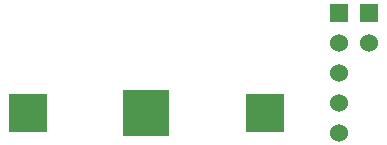
<source format=gbs>
G04 (created by PCBNEW (2013-07-07 BZR 4022)-stable) date 3/16/2015 2:43:42 PM*
%MOIN*%
G04 Gerber Fmt 3.4, Leading zero omitted, Abs format*
%FSLAX34Y34*%
G01*
G70*
G90*
G04 APERTURE LIST*
%ADD10C,0.00590551*%
%ADD11R,0.155906X0.155906*%
%ADD12R,0.125197X0.125197*%
%ADD13R,0.06X0.06*%
%ADD14C,0.06*%
G04 APERTURE END LIST*
G54D10*
G54D11*
X109842Y-53779D03*
G54D12*
X105897Y-53779D03*
X113787Y-53779D03*
G54D13*
X116275Y-50425D03*
G54D14*
X116275Y-51425D03*
X116275Y-52425D03*
X116275Y-53425D03*
X116275Y-54425D03*
G54D13*
X117275Y-50425D03*
G54D14*
X117275Y-51425D03*
M02*

</source>
